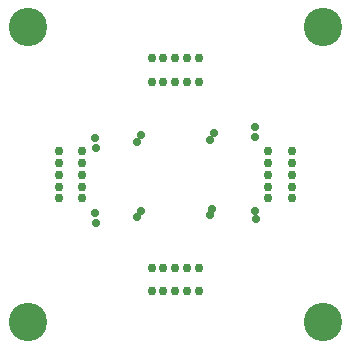
<source format=gbr>
G04 EAGLE Gerber X2 export*
%TF.Part,Single*%
%TF.FileFunction,Soldermask,Top,1*%
%TF.FilePolarity,Negative*%
%TF.GenerationSoftware,Autodesk,EAGLE,9.0.1*%
%TF.CreationDate,2018-12-20T16:05:16Z*%
G75*
%MOMM*%
%FSLAX34Y34*%
%LPD*%
%AMOC8*
5,1,8,0,0,1.08239X$1,22.5*%
G01*
%ADD10C,3.250000*%
%ADD11C,0.750000*%
%ADD12C,0.700000*%


D10*
X-125000Y-125000D03*
X125000Y-125000D03*
X-125000Y125000D03*
X125000Y125000D03*
D11*
X-20000Y78500D03*
X-10000Y78500D03*
X0Y78500D03*
X10000Y78500D03*
X20000Y78500D03*
X-20000Y98500D03*
X-10000Y98500D03*
X0Y98500D03*
X10000Y98500D03*
X20000Y98500D03*
X-78600Y-19900D03*
X-78600Y-9900D03*
X-78600Y100D03*
X-78600Y10100D03*
X-78600Y20100D03*
X-98600Y-19900D03*
X-98600Y-9900D03*
X-98600Y100D03*
X-98600Y10100D03*
X-98600Y20100D03*
X98500Y-20000D03*
X98500Y-10000D03*
X98500Y0D03*
X98500Y10000D03*
X98500Y20000D03*
X78500Y-20000D03*
X78500Y-10000D03*
X78500Y0D03*
X78500Y10000D03*
X78500Y20000D03*
X-20000Y-98500D03*
X-10000Y-98500D03*
X0Y-98500D03*
X10000Y-98500D03*
X20000Y-98500D03*
X-20000Y-78500D03*
X-10000Y-78500D03*
X0Y-78500D03*
X10000Y-78500D03*
X20000Y-78500D03*
D12*
X-28950Y33400D03*
X-67060Y22790D03*
X-32290Y28020D03*
X-67800Y31300D03*
X-28950Y-30400D03*
X-67160Y-41010D03*
X-32090Y-35880D03*
X-67500Y-32400D03*
X29250Y29700D03*
X67260Y40210D03*
X32490Y35080D03*
X67500Y31700D03*
X29150Y-34400D03*
X68160Y-37490D03*
X31590Y-28520D03*
X68000Y-30900D03*
M02*

</source>
